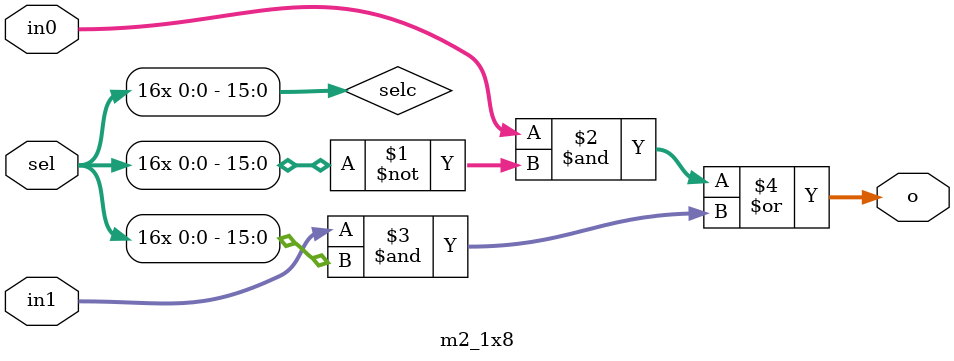
<source format=v>
`timescale 1ns / 1ps


module m2_1x8(
    input [15:0] in0,
    input [15:0] in1,
    input sel,
    output [15:0] o
    );
    wire [15:0] selc;
    assign selc = {16{sel}};
    assign o = ((in0 & ~selc) | (in1 & selc));
endmodule

</source>
